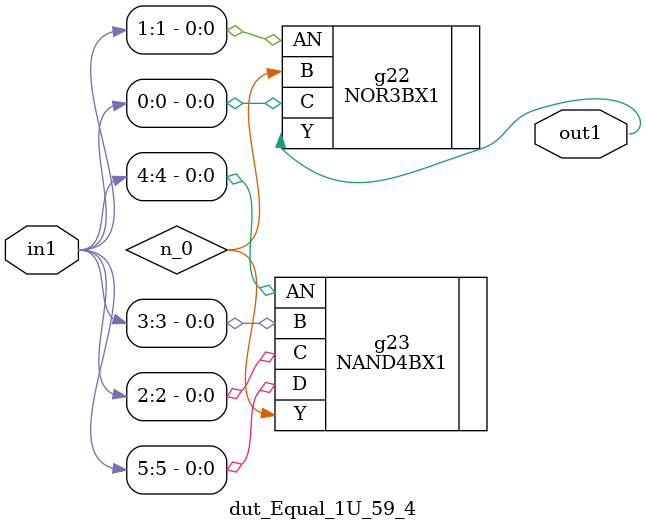
<source format=v>
`timescale 1ps / 1ps


module dut_Equal_1U_59_4(in1, out1);
  input [5:0] in1;
  output out1;
  wire [5:0] in1;
  wire out1;
  wire n_0;
  NOR3BX1 g22(.AN (in1[1]), .B (n_0), .C (in1[0]), .Y (out1));
  NAND4BX1 g23(.AN (in1[4]), .B (in1[3]), .C (in1[2]), .D (in1[5]), .Y
       (n_0));
endmodule



</source>
